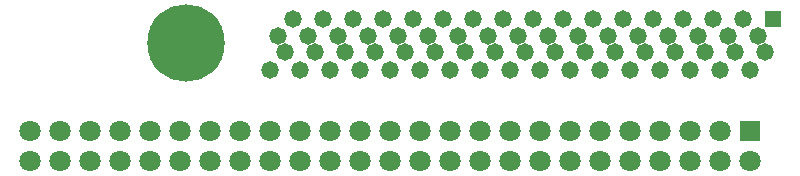
<source format=gbs>
G04*
G04 #@! TF.GenerationSoftware,Altium Limited,Altium Designer,20.2.6 (244)*
G04*
G04 Layer_Color=16711935*
%FSAX24Y24*%
%MOIN*%
G70*
G04*
G04 #@! TF.SameCoordinates,CB3CE92A-2C73-40AF-8568-92EE87018610*
G04*
G04*
G04 #@! TF.FilePolarity,Negative*
G04*
G01*
G75*
%ADD15C,0.0710*%
%ADD16R,0.0710X0.0710*%
%ADD17C,0.0580*%
%ADD18R,0.0580X0.0580*%
%ADD19C,0.2580*%
D15*
X251492Y128715D02*
D03*
X252492D02*
D03*
X253492Y128715D02*
D03*
X254492Y128715D02*
D03*
X251492Y129715D02*
D03*
X252492D02*
D03*
X253492Y129715D02*
D03*
X254492Y129715D02*
D03*
X255492Y128715D02*
D03*
X256492D02*
D03*
X257492D02*
D03*
X258492Y128715D02*
D03*
X255492Y129715D02*
D03*
X256492D02*
D03*
X257492D02*
D03*
X258492Y129715D02*
D03*
X259492Y128715D02*
D03*
Y129715D02*
D03*
X264492Y128715D02*
D03*
Y129715D02*
D03*
X265492Y128715D02*
D03*
X266492D02*
D03*
X265492Y129715D02*
D03*
X266492D02*
D03*
X267492Y128715D02*
D03*
Y129715D02*
D03*
X268492Y128715D02*
D03*
Y129715D02*
D03*
X269492Y128715D02*
D03*
Y129715D02*
D03*
X270492Y128715D02*
D03*
X263492Y129715D02*
D03*
X262492Y129715D02*
D03*
X263492Y128715D02*
D03*
X262492Y128715D02*
D03*
X261492Y129715D02*
D03*
X260492D02*
D03*
Y128715D02*
D03*
X261492D02*
D03*
X246492D02*
D03*
X247492D02*
D03*
X248492D02*
D03*
X249492Y128715D02*
D03*
X246492Y129715D02*
D03*
X247492D02*
D03*
X248492D02*
D03*
X249492Y129715D02*
D03*
X250492Y128715D02*
D03*
Y129715D02*
D03*
D16*
X270492D02*
D03*
D17*
X260514Y131765D02*
D03*
X261514D02*
D03*
X262514D02*
D03*
X263514D02*
D03*
X269514Y131765D02*
D03*
X268514Y131765D02*
D03*
X267514D02*
D03*
X266514D02*
D03*
X265514D02*
D03*
X264514D02*
D03*
X259514D02*
D03*
X258514D02*
D03*
X257514D02*
D03*
X256514D02*
D03*
X255514D02*
D03*
X261014Y132345D02*
D03*
X262014D02*
D03*
X263014D02*
D03*
X264014D02*
D03*
X270014D02*
D03*
X269014D02*
D03*
X268014D02*
D03*
X267014Y132345D02*
D03*
X266014Y132345D02*
D03*
X265014D02*
D03*
X260014D02*
D03*
X259014D02*
D03*
X258014Y132345D02*
D03*
X257014Y132345D02*
D03*
X256014D02*
D03*
X255014D02*
D03*
X270764Y132885D02*
D03*
X271014Y132345D02*
D03*
X270514Y131765D02*
D03*
X261764Y132885D02*
D03*
X260764Y132885D02*
D03*
X262764D02*
D03*
X263764D02*
D03*
X268764D02*
D03*
X267764D02*
D03*
X266764D02*
D03*
X265764Y132885D02*
D03*
X264764Y132885D02*
D03*
X259764D02*
D03*
X258764D02*
D03*
X257764D02*
D03*
X256764Y132885D02*
D03*
X255764Y132885D02*
D03*
X254764D02*
D03*
X269764D02*
D03*
X261264Y133465D02*
D03*
X262264D02*
D03*
X263264D02*
D03*
X264264D02*
D03*
X270264D02*
D03*
X269264D02*
D03*
X268264D02*
D03*
X267264D02*
D03*
X266264D02*
D03*
X265264D02*
D03*
X260264D02*
D03*
X259264D02*
D03*
X258264D02*
D03*
X257264D02*
D03*
X256264D02*
D03*
X255264D02*
D03*
X254514Y131765D02*
D03*
D18*
X271264Y133465D02*
D03*
D19*
X251689Y132665D02*
D03*
M02*

</source>
